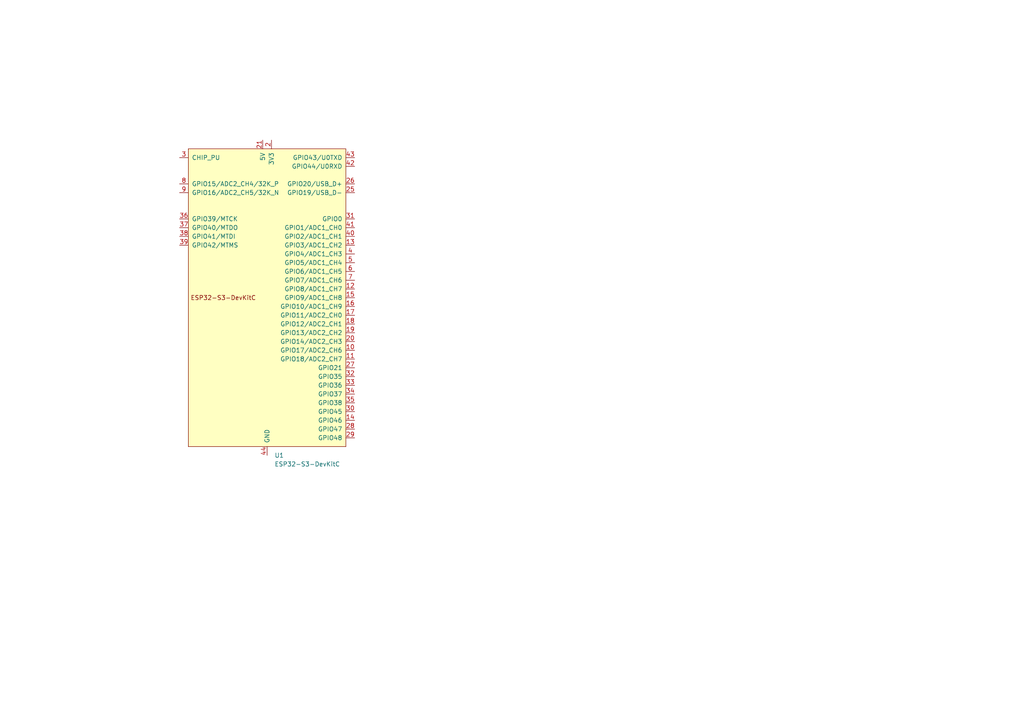
<source format=kicad_sch>
(kicad_sch (version 20250114) (generator "eeschema") (generator_version "9.0")
  (paper "A4")
  (lib_symbols
    (symbol "PCM_Espressif:ESP32-S3-DevKitC" (pin_names (offset 1.016))
      (property "Reference" "U" (at -22.86 48.26 0))
      (property "Value" "ESP32-S3-DevKitC" (at -22.86 45.72 0))
      (symbol "ESP32-S3-DevKitC_0_0"
        (text "ESP32-S3-DevKitC" (at -12.7 0 0) (effects (font (size 1.27 1.27))))
        (pin bidirectional line (at -25.4 15.24 0) (length 2.54) (name "GPIO42/MTMS") (number "39"))
        (pin power_in line (at 0 -45.72 90) (length 2.54) (name "GND") (number "44"))
        (pin bidirectional line (at 25.4 40.64 180) (length 2.54) (name "GPIO43/U0TXD") (number "43"))
        (pin bidirectional line (at 25.4 38.1 180) (length 2.54) (name "GPIO44/U0RXD") (number "42"))
        (pin bidirectional line (at 25.4 20.32 180) (length 2.54) (name "GPIO1/ADC1_CH0") (number "41"))
        (pin bidirectional line (at 25.4 17.78 180) (length 2.54) (name "GPIO2/ADC1_CH1") (number "40"))
        (pin bidirectional line (at 25.4 -10.16 180) (length 2.54) (name "GPIO13/ADC2_CH2") (number "19"))
        (pin bidirectional line (at 25.4 -35.56 180) (length 2.54) (name "GPIO46") (number "14"))
      )
      (symbol "ESP32-S3-DevKitC_0_1"
        (rectangle (start -22.86 43.18) (end 22.86 -43.18) (fill (type background)))
        (pin power_in line (at 1.27 45.72 270) (length 2.54) (name "3V3") (number "2"))
      )
      (symbol "ESP32-S3-DevKitC_1_1"
        (pin input line (at -25.4 40.64 0) (length 2.54) (name "CHIP_PU") (number "3"))
        (pin bidirectional line (at -25.4 33.02 0) (length 2.54) (name "GPIO15/ADC2_CH4/32K_P") (number "8"))
        (pin bidirectional line (at -25.4 30.48 0) (length 2.54) (name "GPIO16/ADC2_CH5/32K_N") (number "9"))
        (pin bidirectional line (at -25.4 22.86 0) (length 2.54) (name "GPIO39/MTCK") (number "36"))
        (pin bidirectional line (at -25.4 20.32 0) (length 2.54) (name "GPIO40/MTDO") (number "37"))
        (pin bidirectional line (at -25.4 17.78 0) (length 2.54) (name "GPIO41/MTDI") (number "38"))
        (pin power_in line (at -1.27 45.72 270) (length 2.54) (name "5V") (number "21"))
        (pin passive line (at 0 -45.72 90) (length 2.54) (hide yes) (name "GND") (number "22"))
        (pin passive line (at 0 -45.72 90) (length 2.54) (hide yes) (name "GND") (number "23"))
        (pin passive line (at 0 -45.72 90) (length 2.54) (hide yes) (name "GND") (number "24"))
        (pin passive line (at 1.27 45.72 270) (length 2.54) (hide yes) (name "3V3") (number "1"))
        (pin bidirectional line (at 25.4 33.02 180) (length 2.54) (name "GPIO20/USB_D+") (number "26"))
        (pin bidirectional line (at 25.4 30.48 180) (length 2.54) (name "GPIO19/USB_D-") (number "25"))
        (pin bidirectional line (at 25.4 22.86 180) (length 2.54) (name "GPIO0") (number "31"))
        (pin bidirectional line (at 25.4 15.24 180) (length 2.54) (name "GPIO3/ADC1_CH2") (number "13"))
        (pin bidirectional line (at 25.4 12.7 180) (length 2.54) (name "GPIO4/ADC1_CH3") (number "4"))
        (pin bidirectional line (at 25.4 10.16 180) (length 2.54) (name "GPIO5/ADC1_CH4") (number "5"))
        (pin bidirectional line (at 25.4 7.62 180) (length 2.54) (name "GPIO6/ADC1_CH5") (number "6"))
        (pin bidirectional line (at 25.4 5.08 180) (length 2.54) (name "GPIO7/ADC1_CH6") (number "7"))
        (pin bidirectional line (at 25.4 2.54 180) (length 2.54) (name "GPIO8/ADC1_CH7") (number "12"))
        (pin bidirectional line (at 25.4 0 180) (length 2.54) (name "GPIO9/ADC1_CH8") (number "15"))
        (pin bidirectional line (at 25.4 -2.54 180) (length 2.54) (name "GPIO10/ADC1_CH9") (number "16"))
        (pin bidirectional line (at 25.4 -5.08 180) (length 2.54) (name "GPIO11/ADC2_CH0") (number "17"))
        (pin bidirectional line (at 25.4 -7.62 180) (length 2.54) (name "GPIO12/ADC2_CH1") (number "18"))
        (pin bidirectional line (at 25.4 -12.7 180) (length 2.54) (name "GPIO14/ADC2_CH3") (number "20"))
        (pin bidirectional line (at 25.4 -15.24 180) (length 2.54) (name "GPIO17/ADC2_CH6") (number "10"))
        (pin bidirectional line (at 25.4 -17.78 180) (length 2.54) (name "GPIO18/ADC2_CH7") (number "11"))
        (pin bidirectional line (at 25.4 -20.32 180) (length 2.54) (name "GPIO21") (number "27"))
        (pin bidirectional line (at 25.4 -22.86 180) (length 2.54) (name "GPIO35") (number "32"))
        (pin bidirectional line (at 25.4 -25.4 180) (length 2.54) (name "GPIO36") (number "33"))
        (pin bidirectional line (at 25.4 -27.94 180) (length 2.54) (name "GPIO37") (number "34"))
        (pin bidirectional line (at 25.4 -30.48 180) (length 2.54) (name "GPIO38") (number "35"))
        (pin bidirectional line (at 25.4 -33.02 180) (length 2.54) (name "GPIO45") (number "30"))
        (pin bidirectional line (at 25.4 -38.1 180) (length 2.54) (name "GPIO47") (number "28"))
        (pin bidirectional line (at 25.4 -40.64 180) (length 2.54) (name "GPIO48") (number "29"))
      )
    )
  )
  (symbol (lib_id "PCM_Espressif:ESP32-S3-DevKitC") (at 77.47 86.36 0) (unit 1)
    (property "Reference" "U1" (at 79.6133 132.08 0) (effects (justify left)))
    (property "Value" "ESP32-S3-DevKitC" (at 79.6133 134.62 0) (effects (justify left)))
    (property "Footprint" "PCM_Espressif:ESP32-S3-DevKitC" (effects (hide yes)))
    (property "Description" "ESP32-S3-DevKitC" (effects (hide yes)))
  )
)
</source>
